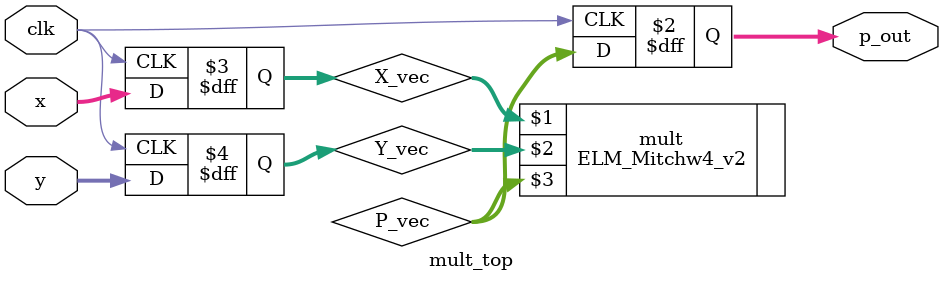
<source format=v>

`include "timescale.v"

module mult_top(
    // Clock and reset
    input clk,
    // Input X has a form x_i%d where %d denotes the bit number
    input  [15:0] x,
    // Input Y has a form y_i%d where %d denotes the bit number
    input  [15:0] y,
    // Output P has a form p_out%d where %d denotes the bit number
    output reg [31:0] p_out
    );

    
    // Now we have X_vec and Y_vec signal 
    // Then we do processing with these signals and store the 
    // intermidiate result in P_vec
    // For example purposes X_vec and Y_vec are concanated and stored in P_vec
    wire [31:0] P_vec;
    reg [15:0] X_vec;
    reg [15:0] Y_vec;
    
    ELM_Mitchw4_v2 mult(X_vec,Y_vec,P_vec); 

 
    always @(posedge clk) 
    begin
        p_out = P_vec;
        X_vec = x;
        Y_vec = y;
    end

endmodule 


</source>
